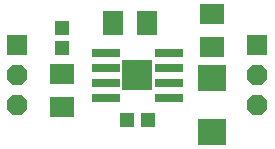
<source format=gbs>
G75*
G70*
%OFA0B0*%
%FSLAX24Y24*%
%IPPOS*%
%LPD*%
%AMOC8*
5,1,8,0,0,1.08239X$1,22.5*
%
%ADD10R,0.0946X0.0316*%
%ADD11R,0.0986X0.0986*%
%ADD12R,0.0789X0.0710*%
%ADD13R,0.0474X0.0513*%
%ADD14R,0.0513X0.0474*%
%ADD15R,0.0940X0.0880*%
%ADD16R,0.0710X0.0789*%
%ADD17R,0.0674X0.0674*%
%ADD18OC8,0.0674*%
%ADD19C,0.0980*%
D10*
X003670Y001970D03*
X003670Y002470D03*
X003670Y002970D03*
X003670Y003470D03*
X005770Y003470D03*
X005770Y002970D03*
X005770Y002470D03*
X005770Y001970D03*
D11*
X004720Y002720D03*
D12*
X002220Y001669D03*
X002220Y002771D03*
X007220Y003669D03*
X007220Y004771D03*
D13*
X002220Y004305D03*
X002220Y003635D03*
D14*
X004385Y001220D03*
X005055Y001220D03*
D15*
X007220Y000820D03*
X007220Y002620D03*
D16*
X005021Y004470D03*
X003919Y004470D03*
D17*
X000720Y003720D03*
X008720Y003720D03*
D18*
X008720Y002720D03*
X008720Y001720D03*
X000720Y001720D03*
X000720Y002720D03*
D19*
X004720Y002720D03*
M02*

</source>
